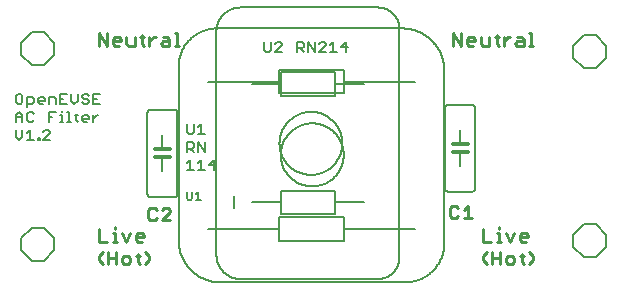
<source format=gto>
G75*
%MOIN*%
%OFA0B0*%
%FSLAX25Y25*%
%IPPOS*%
%LPD*%
%AMOC8*
5,1,8,0,0,1.08239X$1,22.5*
%
%ADD10C,0.00700*%
%ADD11C,0.00600*%
%ADD12C,0.00900*%
%ADD13C,0.00500*%
%ADD14C,0.01200*%
D10*
X0062374Y0038752D02*
X0064575Y0038752D01*
X0063475Y0038752D02*
X0063475Y0042054D01*
X0062374Y0040953D01*
X0066057Y0040953D02*
X0067158Y0042054D01*
X0067158Y0038752D01*
X0066057Y0038752D02*
X0068259Y0038752D01*
X0069740Y0040403D02*
X0071942Y0040403D01*
X0071391Y0042054D02*
X0069740Y0040403D01*
X0071391Y0038752D02*
X0071391Y0042054D01*
X0068259Y0044752D02*
X0068259Y0048054D01*
X0066057Y0048054D02*
X0068259Y0044752D01*
X0066057Y0044752D02*
X0066057Y0048054D01*
X0064575Y0047504D02*
X0064575Y0046403D01*
X0064025Y0045853D01*
X0062374Y0045853D01*
X0063475Y0045853D02*
X0064575Y0044752D01*
X0062374Y0044752D02*
X0062374Y0048054D01*
X0064025Y0048054D01*
X0064575Y0047504D01*
X0064025Y0050752D02*
X0064575Y0051302D01*
X0064575Y0054054D01*
X0066057Y0052953D02*
X0067158Y0054054D01*
X0067158Y0050752D01*
X0066057Y0050752D02*
X0068259Y0050752D01*
X0064025Y0050752D02*
X0062924Y0050752D01*
X0062374Y0051302D01*
X0062374Y0054054D01*
X0032720Y0056890D02*
X0032170Y0056890D01*
X0031069Y0055790D01*
X0031069Y0056890D02*
X0031069Y0054689D01*
X0029588Y0055790D02*
X0027386Y0055790D01*
X0027386Y0056340D02*
X0027386Y0055239D01*
X0027936Y0054689D01*
X0029037Y0054689D01*
X0029588Y0055790D02*
X0029588Y0056340D01*
X0029037Y0056890D01*
X0027936Y0056890D01*
X0027386Y0056340D01*
X0026031Y0056890D02*
X0024930Y0056890D01*
X0025481Y0057441D02*
X0025481Y0055239D01*
X0026031Y0054689D01*
X0023576Y0054689D02*
X0022475Y0054689D01*
X0023025Y0054689D02*
X0023025Y0057991D01*
X0022475Y0057991D01*
X0020570Y0057991D02*
X0020570Y0058542D01*
X0020570Y0056890D02*
X0020570Y0054689D01*
X0020020Y0054689D02*
X0021121Y0054689D01*
X0017437Y0056340D02*
X0016336Y0056340D01*
X0016336Y0054689D02*
X0016336Y0057991D01*
X0018538Y0057991D01*
X0020020Y0056890D02*
X0020570Y0056890D01*
X0020020Y0060689D02*
X0022221Y0060689D01*
X0023703Y0061790D02*
X0024804Y0060689D01*
X0025905Y0061790D01*
X0025905Y0063991D01*
X0027386Y0063441D02*
X0027386Y0062890D01*
X0027936Y0062340D01*
X0029037Y0062340D01*
X0029588Y0061790D01*
X0029588Y0061239D01*
X0029037Y0060689D01*
X0027936Y0060689D01*
X0027386Y0061239D01*
X0031069Y0060689D02*
X0033271Y0060689D01*
X0031069Y0060689D02*
X0031069Y0063991D01*
X0033271Y0063991D01*
X0029588Y0063441D02*
X0029037Y0063991D01*
X0027936Y0063991D01*
X0027386Y0063441D01*
X0031069Y0062340D02*
X0032170Y0062340D01*
X0023703Y0061790D02*
X0023703Y0063991D01*
X0022221Y0063991D02*
X0020020Y0063991D01*
X0020020Y0060689D01*
X0018538Y0060689D02*
X0018538Y0062340D01*
X0017988Y0062890D01*
X0016336Y0062890D01*
X0016336Y0060689D01*
X0014305Y0060689D02*
X0013204Y0060689D01*
X0012653Y0061239D01*
X0012653Y0062340D01*
X0013204Y0062890D01*
X0014305Y0062890D01*
X0014855Y0062340D01*
X0014855Y0061790D01*
X0012653Y0061790D01*
X0011172Y0062340D02*
X0011172Y0061239D01*
X0010622Y0060689D01*
X0008970Y0060689D01*
X0008970Y0059588D02*
X0008970Y0062890D01*
X0010622Y0062890D01*
X0011172Y0062340D01*
X0007489Y0063441D02*
X0006938Y0063991D01*
X0005837Y0063991D01*
X0005287Y0063441D01*
X0005287Y0061239D01*
X0005837Y0060689D01*
X0006938Y0060689D01*
X0007489Y0061239D01*
X0007489Y0063441D01*
X0006388Y0057991D02*
X0007489Y0056890D01*
X0007489Y0054689D01*
X0008970Y0055239D02*
X0009521Y0054689D01*
X0010622Y0054689D01*
X0011172Y0055239D01*
X0008970Y0055239D02*
X0008970Y0057441D01*
X0009521Y0057991D01*
X0010622Y0057991D01*
X0011172Y0057441D01*
X0007489Y0056340D02*
X0005287Y0056340D01*
X0005287Y0056890D02*
X0006388Y0057991D01*
X0005287Y0056890D02*
X0005287Y0054689D01*
X0005287Y0051991D02*
X0005287Y0049790D01*
X0006388Y0048689D01*
X0007489Y0049790D01*
X0007489Y0051991D01*
X0008970Y0050890D02*
X0010071Y0051991D01*
X0010071Y0048689D01*
X0008970Y0048689D02*
X0011172Y0048689D01*
X0012653Y0048689D02*
X0012653Y0049239D01*
X0013204Y0049239D01*
X0013204Y0048689D01*
X0012653Y0048689D01*
X0014495Y0048689D02*
X0016697Y0050890D01*
X0016697Y0051441D01*
X0016146Y0051991D01*
X0015045Y0051991D01*
X0014495Y0051441D01*
X0014495Y0048689D02*
X0016697Y0048689D01*
X0020020Y0062340D02*
X0021121Y0062340D01*
X0087964Y0078672D02*
X0088515Y0078122D01*
X0089616Y0078122D01*
X0090166Y0078672D01*
X0090166Y0081424D01*
X0091647Y0080874D02*
X0092198Y0081424D01*
X0093299Y0081424D01*
X0093849Y0080874D01*
X0093849Y0080324D01*
X0091647Y0078122D01*
X0093849Y0078122D01*
X0087964Y0078672D02*
X0087964Y0081424D01*
X0099014Y0081424D02*
X0099014Y0078122D01*
X0099014Y0079223D02*
X0100665Y0079223D01*
X0101215Y0079773D01*
X0101215Y0080874D01*
X0100665Y0081424D01*
X0099014Y0081424D01*
X0102697Y0081424D02*
X0104899Y0078122D01*
X0104899Y0081424D01*
X0106380Y0080874D02*
X0106930Y0081424D01*
X0108031Y0081424D01*
X0108582Y0080874D01*
X0108582Y0080324D01*
X0106380Y0078122D01*
X0108582Y0078122D01*
X0110063Y0078122D02*
X0112265Y0078122D01*
X0111164Y0078122D02*
X0111164Y0081424D01*
X0110063Y0080324D01*
X0113746Y0079773D02*
X0115948Y0079773D01*
X0115398Y0081424D02*
X0113746Y0079773D01*
X0115398Y0078122D02*
X0115398Y0081424D01*
X0102697Y0081424D02*
X0102697Y0078122D01*
X0101215Y0078122D02*
X0100115Y0079223D01*
D11*
X0014575Y0008524D02*
X0010575Y0008524D01*
X0007075Y0012024D01*
X0007075Y0016024D01*
X0010575Y0019524D01*
X0014575Y0019524D01*
X0018075Y0016024D01*
X0018075Y0012024D01*
X0014575Y0008524D01*
X0050150Y0029807D02*
X0058150Y0029807D01*
X0058210Y0029809D01*
X0058271Y0029814D01*
X0058330Y0029823D01*
X0058389Y0029836D01*
X0058448Y0029852D01*
X0058505Y0029872D01*
X0058560Y0029895D01*
X0058615Y0029922D01*
X0058667Y0029951D01*
X0058718Y0029984D01*
X0058767Y0030020D01*
X0058813Y0030058D01*
X0058857Y0030100D01*
X0058899Y0030144D01*
X0058937Y0030190D01*
X0058973Y0030239D01*
X0059006Y0030290D01*
X0059035Y0030342D01*
X0059062Y0030397D01*
X0059085Y0030452D01*
X0059105Y0030509D01*
X0059121Y0030568D01*
X0059134Y0030627D01*
X0059143Y0030686D01*
X0059148Y0030747D01*
X0059150Y0030807D01*
X0059150Y0057807D01*
X0059148Y0057867D01*
X0059143Y0057928D01*
X0059134Y0057987D01*
X0059121Y0058046D01*
X0059105Y0058105D01*
X0059085Y0058162D01*
X0059062Y0058217D01*
X0059035Y0058272D01*
X0059006Y0058324D01*
X0058973Y0058375D01*
X0058937Y0058424D01*
X0058899Y0058470D01*
X0058857Y0058514D01*
X0058813Y0058556D01*
X0058767Y0058594D01*
X0058718Y0058630D01*
X0058667Y0058663D01*
X0058615Y0058692D01*
X0058560Y0058719D01*
X0058505Y0058742D01*
X0058448Y0058762D01*
X0058389Y0058778D01*
X0058330Y0058791D01*
X0058271Y0058800D01*
X0058210Y0058805D01*
X0058150Y0058807D01*
X0050150Y0058807D01*
X0050090Y0058805D01*
X0050029Y0058800D01*
X0049970Y0058791D01*
X0049911Y0058778D01*
X0049852Y0058762D01*
X0049795Y0058742D01*
X0049740Y0058719D01*
X0049685Y0058692D01*
X0049633Y0058663D01*
X0049582Y0058630D01*
X0049533Y0058594D01*
X0049487Y0058556D01*
X0049443Y0058514D01*
X0049401Y0058470D01*
X0049363Y0058424D01*
X0049327Y0058375D01*
X0049294Y0058324D01*
X0049265Y0058272D01*
X0049238Y0058217D01*
X0049215Y0058162D01*
X0049195Y0058105D01*
X0049179Y0058046D01*
X0049166Y0057987D01*
X0049157Y0057928D01*
X0049152Y0057867D01*
X0049150Y0057807D01*
X0049150Y0030807D01*
X0049152Y0030747D01*
X0049157Y0030686D01*
X0049166Y0030627D01*
X0049179Y0030568D01*
X0049195Y0030509D01*
X0049215Y0030452D01*
X0049238Y0030397D01*
X0049265Y0030342D01*
X0049294Y0030290D01*
X0049327Y0030239D01*
X0049363Y0030190D01*
X0049401Y0030144D01*
X0049443Y0030100D01*
X0049487Y0030058D01*
X0049533Y0030020D01*
X0049582Y0029984D01*
X0049633Y0029951D01*
X0049685Y0029922D01*
X0049740Y0029895D01*
X0049795Y0029872D01*
X0049852Y0029852D01*
X0049911Y0029836D01*
X0049970Y0029823D01*
X0050029Y0029814D01*
X0050090Y0029809D01*
X0050150Y0029807D01*
X0062324Y0029293D02*
X0062757Y0028859D01*
X0063625Y0028859D01*
X0064058Y0029293D01*
X0064058Y0031461D01*
X0065270Y0030594D02*
X0066138Y0031461D01*
X0066138Y0028859D01*
X0067005Y0028859D02*
X0065270Y0028859D01*
X0062324Y0029293D02*
X0062324Y0031461D01*
X0054150Y0038307D02*
X0054150Y0043107D01*
X0054150Y0045607D02*
X0054150Y0050307D01*
X0018075Y0077063D02*
X0014575Y0073563D01*
X0010575Y0073563D01*
X0007075Y0077063D01*
X0007075Y0081063D01*
X0010575Y0084563D01*
X0014575Y0084563D01*
X0018075Y0081063D01*
X0018075Y0077063D01*
X0148362Y0059539D02*
X0148362Y0032539D01*
X0148364Y0032479D01*
X0148369Y0032418D01*
X0148378Y0032359D01*
X0148391Y0032300D01*
X0148407Y0032241D01*
X0148427Y0032184D01*
X0148450Y0032129D01*
X0148477Y0032074D01*
X0148506Y0032022D01*
X0148539Y0031971D01*
X0148575Y0031922D01*
X0148613Y0031876D01*
X0148655Y0031832D01*
X0148699Y0031790D01*
X0148745Y0031752D01*
X0148794Y0031716D01*
X0148845Y0031683D01*
X0148897Y0031654D01*
X0148952Y0031627D01*
X0149007Y0031604D01*
X0149064Y0031584D01*
X0149123Y0031568D01*
X0149182Y0031555D01*
X0149241Y0031546D01*
X0149302Y0031541D01*
X0149362Y0031539D01*
X0157362Y0031539D01*
X0157422Y0031541D01*
X0157483Y0031546D01*
X0157542Y0031555D01*
X0157601Y0031568D01*
X0157660Y0031584D01*
X0157717Y0031604D01*
X0157772Y0031627D01*
X0157827Y0031654D01*
X0157879Y0031683D01*
X0157930Y0031716D01*
X0157979Y0031752D01*
X0158025Y0031790D01*
X0158069Y0031832D01*
X0158111Y0031876D01*
X0158149Y0031922D01*
X0158185Y0031971D01*
X0158218Y0032022D01*
X0158247Y0032074D01*
X0158274Y0032129D01*
X0158297Y0032184D01*
X0158317Y0032241D01*
X0158333Y0032300D01*
X0158346Y0032359D01*
X0158355Y0032418D01*
X0158360Y0032479D01*
X0158362Y0032539D01*
X0158362Y0059539D01*
X0158360Y0059599D01*
X0158355Y0059660D01*
X0158346Y0059719D01*
X0158333Y0059778D01*
X0158317Y0059837D01*
X0158297Y0059894D01*
X0158274Y0059949D01*
X0158247Y0060004D01*
X0158218Y0060056D01*
X0158185Y0060107D01*
X0158149Y0060156D01*
X0158111Y0060202D01*
X0158069Y0060246D01*
X0158025Y0060288D01*
X0157979Y0060326D01*
X0157930Y0060362D01*
X0157879Y0060395D01*
X0157827Y0060424D01*
X0157772Y0060451D01*
X0157717Y0060474D01*
X0157660Y0060494D01*
X0157601Y0060510D01*
X0157542Y0060523D01*
X0157483Y0060532D01*
X0157422Y0060537D01*
X0157362Y0060539D01*
X0149362Y0060539D01*
X0149302Y0060537D01*
X0149241Y0060532D01*
X0149182Y0060523D01*
X0149123Y0060510D01*
X0149064Y0060494D01*
X0149007Y0060474D01*
X0148952Y0060451D01*
X0148897Y0060424D01*
X0148845Y0060395D01*
X0148794Y0060362D01*
X0148745Y0060326D01*
X0148699Y0060288D01*
X0148655Y0060246D01*
X0148613Y0060202D01*
X0148575Y0060156D01*
X0148539Y0060107D01*
X0148506Y0060056D01*
X0148477Y0060004D01*
X0148450Y0059949D01*
X0148427Y0059894D01*
X0148407Y0059837D01*
X0148391Y0059778D01*
X0148378Y0059719D01*
X0148369Y0059660D01*
X0148364Y0059599D01*
X0148362Y0059539D01*
X0153362Y0052039D02*
X0153362Y0047339D01*
X0153362Y0044839D02*
X0153362Y0040039D01*
X0191075Y0017142D02*
X0194575Y0020642D01*
X0198575Y0020642D01*
X0202075Y0017142D01*
X0202075Y0013142D01*
X0198575Y0009642D01*
X0194575Y0009642D01*
X0191075Y0013142D01*
X0191075Y0017142D01*
X0194575Y0072602D02*
X0198575Y0072602D01*
X0202075Y0076102D01*
X0202075Y0080102D01*
X0198575Y0083602D01*
X0194575Y0083602D01*
X0191075Y0080102D01*
X0191075Y0076102D01*
X0194575Y0072602D01*
D12*
X0177746Y0080190D02*
X0176378Y0080190D01*
X0177062Y0080190D02*
X0177062Y0084294D01*
X0176378Y0084294D01*
X0174510Y0082242D02*
X0174510Y0080190D01*
X0172458Y0080190D01*
X0171774Y0080874D01*
X0172458Y0081558D01*
X0174510Y0081558D01*
X0174510Y0082242D02*
X0173826Y0082926D01*
X0172458Y0082926D01*
X0169989Y0082926D02*
X0169305Y0082926D01*
X0167937Y0081558D01*
X0167937Y0080190D02*
X0167937Y0082926D01*
X0166236Y0082926D02*
X0164868Y0082926D01*
X0165552Y0083610D02*
X0165552Y0080874D01*
X0166236Y0080190D01*
X0163000Y0080190D02*
X0163000Y0082926D01*
X0160264Y0082926D02*
X0160264Y0080874D01*
X0160948Y0080190D01*
X0163000Y0080190D01*
X0158396Y0081558D02*
X0158396Y0082242D01*
X0157712Y0082926D01*
X0156344Y0082926D01*
X0155660Y0082242D01*
X0155660Y0080874D01*
X0156344Y0080190D01*
X0157712Y0080190D01*
X0158396Y0081558D02*
X0155660Y0081558D01*
X0153792Y0080190D02*
X0153792Y0084294D01*
X0151056Y0084294D02*
X0153792Y0080190D01*
X0151056Y0080190D02*
X0151056Y0084294D01*
X0059635Y0080190D02*
X0058268Y0080190D01*
X0058952Y0080190D02*
X0058952Y0084294D01*
X0058268Y0084294D01*
X0056399Y0082242D02*
X0055715Y0082926D01*
X0054348Y0082926D01*
X0054348Y0081558D02*
X0056399Y0081558D01*
X0056399Y0082242D02*
X0056399Y0080190D01*
X0054348Y0080190D01*
X0053664Y0080874D01*
X0054348Y0081558D01*
X0051879Y0082926D02*
X0051195Y0082926D01*
X0049827Y0081558D01*
X0049827Y0080190D02*
X0049827Y0082926D01*
X0048126Y0082926D02*
X0046758Y0082926D01*
X0047442Y0083610D02*
X0047442Y0080874D01*
X0048126Y0080190D01*
X0044890Y0080190D02*
X0044890Y0082926D01*
X0042154Y0082926D02*
X0042154Y0080874D01*
X0042838Y0080190D01*
X0044890Y0080190D01*
X0040286Y0081558D02*
X0037550Y0081558D01*
X0037550Y0080874D02*
X0037550Y0082242D01*
X0038234Y0082926D01*
X0039602Y0082926D01*
X0040286Y0082242D01*
X0040286Y0081558D01*
X0039602Y0080190D02*
X0038234Y0080190D01*
X0037550Y0080874D01*
X0035682Y0080190D02*
X0035682Y0084294D01*
X0032946Y0084294D02*
X0035682Y0080190D01*
X0032946Y0080190D02*
X0032946Y0084294D01*
X0150085Y0026153D02*
X0150769Y0026837D01*
X0152136Y0026837D01*
X0152820Y0026153D01*
X0154689Y0025469D02*
X0156056Y0026837D01*
X0156056Y0022733D01*
X0154689Y0022733D02*
X0157424Y0022733D01*
X0152820Y0023417D02*
X0152136Y0022733D01*
X0150769Y0022733D01*
X0150085Y0023417D01*
X0150085Y0026153D01*
X0160899Y0018959D02*
X0160899Y0014856D01*
X0163634Y0014856D01*
X0165503Y0014856D02*
X0166871Y0014856D01*
X0166187Y0014856D02*
X0166187Y0017591D01*
X0165503Y0017591D01*
X0168572Y0017591D02*
X0169940Y0014856D01*
X0171308Y0017591D01*
X0173176Y0016907D02*
X0173860Y0017591D01*
X0175228Y0017591D01*
X0175912Y0016907D01*
X0175912Y0016223D01*
X0173176Y0016223D01*
X0173176Y0015539D02*
X0173176Y0016907D01*
X0173176Y0015539D02*
X0173860Y0014856D01*
X0175228Y0014856D01*
X0176245Y0011459D02*
X0177613Y0010091D01*
X0177613Y0008723D01*
X0176245Y0007356D01*
X0174544Y0007356D02*
X0173860Y0008039D01*
X0173860Y0010775D01*
X0173176Y0010091D02*
X0174544Y0010091D01*
X0171308Y0009407D02*
X0170624Y0010091D01*
X0169256Y0010091D01*
X0168572Y0009407D01*
X0168572Y0008039D01*
X0169256Y0007356D01*
X0170624Y0007356D01*
X0171308Y0008039D01*
X0171308Y0009407D01*
X0166704Y0009407D02*
X0163968Y0009407D01*
X0162267Y0007356D02*
X0160899Y0008723D01*
X0160899Y0010091D01*
X0162267Y0011459D01*
X0163968Y0011459D02*
X0163968Y0007356D01*
X0166704Y0007356D02*
X0166704Y0011459D01*
X0166187Y0018959D02*
X0166187Y0019643D01*
X0056794Y0021946D02*
X0054059Y0021946D01*
X0056794Y0024682D01*
X0056794Y0025366D01*
X0056110Y0026050D01*
X0054743Y0026050D01*
X0054059Y0025366D01*
X0052190Y0025366D02*
X0051506Y0026050D01*
X0050139Y0026050D01*
X0049455Y0025366D01*
X0049455Y0022630D01*
X0050139Y0021946D01*
X0051506Y0021946D01*
X0052190Y0022630D01*
X0047275Y0017591D02*
X0045907Y0017591D01*
X0045223Y0016907D01*
X0045223Y0015539D01*
X0045907Y0014856D01*
X0047275Y0014856D01*
X0047959Y0016223D02*
X0045223Y0016223D01*
X0043355Y0017591D02*
X0041987Y0014856D01*
X0040619Y0017591D01*
X0038234Y0017591D02*
X0038234Y0014856D01*
X0037550Y0014856D02*
X0038918Y0014856D01*
X0035682Y0014856D02*
X0032946Y0014856D01*
X0032946Y0018959D01*
X0037550Y0017591D02*
X0038234Y0017591D01*
X0038234Y0018959D02*
X0038234Y0019643D01*
X0047275Y0017591D02*
X0047959Y0016907D01*
X0047959Y0016223D01*
X0048292Y0011459D02*
X0049660Y0010091D01*
X0049660Y0008723D01*
X0048292Y0007356D01*
X0046591Y0007356D02*
X0045907Y0008039D01*
X0045907Y0010775D01*
X0045223Y0010091D02*
X0046591Y0010091D01*
X0043355Y0009407D02*
X0043355Y0008039D01*
X0042671Y0007356D01*
X0041303Y0007356D01*
X0040619Y0008039D01*
X0040619Y0009407D01*
X0041303Y0010091D01*
X0042671Y0010091D01*
X0043355Y0009407D01*
X0038751Y0009407D02*
X0036015Y0009407D01*
X0036015Y0007356D02*
X0036015Y0011459D01*
X0034314Y0011459D02*
X0032946Y0010091D01*
X0032946Y0008723D01*
X0034314Y0007356D01*
X0038751Y0007356D02*
X0038751Y0011459D01*
D13*
X0059583Y0015195D02*
X0059583Y0073317D01*
X0069425Y0068205D02*
X0093047Y0068205D01*
X0093047Y0064268D01*
X0114701Y0064268D01*
X0114701Y0068205D01*
X0114701Y0072142D01*
X0093047Y0072142D01*
X0093047Y0068205D01*
X0093795Y0067299D02*
X0083953Y0067299D01*
X0093795Y0063362D02*
X0111512Y0063362D01*
X0111512Y0067299D01*
X0111512Y0071236D01*
X0093795Y0071236D01*
X0093795Y0063362D01*
X0111512Y0067299D02*
X0121354Y0067299D01*
X0114701Y0068205D02*
X0138323Y0068205D01*
X0148165Y0071726D02*
X0148161Y0072069D01*
X0148148Y0072412D01*
X0148128Y0072754D01*
X0148099Y0073096D01*
X0148062Y0073437D01*
X0148016Y0073777D01*
X0147962Y0074116D01*
X0147901Y0074453D01*
X0147831Y0074789D01*
X0147753Y0075123D01*
X0147666Y0075455D01*
X0147572Y0075785D01*
X0147470Y0076112D01*
X0147360Y0076437D01*
X0147243Y0076760D01*
X0147117Y0077079D01*
X0146984Y0077395D01*
X0146843Y0077708D01*
X0146695Y0078017D01*
X0146539Y0078323D01*
X0146376Y0078625D01*
X0146206Y0078922D01*
X0146028Y0079216D01*
X0145844Y0079505D01*
X0145652Y0079790D01*
X0145454Y0080070D01*
X0145249Y0080345D01*
X0145037Y0080615D01*
X0144819Y0080880D01*
X0144595Y0081139D01*
X0144365Y0081393D01*
X0144128Y0081641D01*
X0143885Y0081884D01*
X0143637Y0082121D01*
X0143383Y0082351D01*
X0143124Y0082575D01*
X0142859Y0082793D01*
X0142589Y0083005D01*
X0142314Y0083210D01*
X0142034Y0083408D01*
X0141749Y0083600D01*
X0141460Y0083784D01*
X0141166Y0083962D01*
X0140869Y0084132D01*
X0140567Y0084295D01*
X0140261Y0084451D01*
X0139952Y0084599D01*
X0139639Y0084740D01*
X0139323Y0084873D01*
X0139004Y0084999D01*
X0138681Y0085116D01*
X0138356Y0085226D01*
X0138029Y0085328D01*
X0137699Y0085422D01*
X0137367Y0085509D01*
X0137033Y0085587D01*
X0136697Y0085657D01*
X0136360Y0085718D01*
X0136021Y0085772D01*
X0135681Y0085818D01*
X0135340Y0085855D01*
X0134998Y0085884D01*
X0134656Y0085904D01*
X0134313Y0085917D01*
X0133970Y0085921D01*
X0072187Y0085921D01*
X0072142Y0085061D02*
X0072142Y0010530D01*
X0072144Y0010332D01*
X0072152Y0010134D01*
X0072164Y0009937D01*
X0072180Y0009739D01*
X0072202Y0009543D01*
X0072228Y0009346D01*
X0072259Y0009151D01*
X0072295Y0008956D01*
X0072335Y0008763D01*
X0072380Y0008570D01*
X0072430Y0008378D01*
X0072484Y0008188D01*
X0072543Y0007999D01*
X0072606Y0007811D01*
X0072674Y0007625D01*
X0072747Y0007441D01*
X0072824Y0007259D01*
X0072905Y0007078D01*
X0072990Y0006900D01*
X0073080Y0006723D01*
X0073174Y0006549D01*
X0073273Y0006377D01*
X0073375Y0006208D01*
X0073481Y0006041D01*
X0073592Y0005877D01*
X0073706Y0005715D01*
X0073825Y0005557D01*
X0073947Y0005401D01*
X0074072Y0005248D01*
X0074202Y0005098D01*
X0074335Y0004952D01*
X0074472Y0004808D01*
X0074611Y0004669D01*
X0074755Y0004532D01*
X0074901Y0004399D01*
X0075051Y0004269D01*
X0075204Y0004144D01*
X0075360Y0004022D01*
X0075518Y0003903D01*
X0075680Y0003789D01*
X0075844Y0003678D01*
X0076011Y0003572D01*
X0076180Y0003470D01*
X0076352Y0003371D01*
X0076526Y0003277D01*
X0076703Y0003187D01*
X0076881Y0003102D01*
X0077062Y0003021D01*
X0077244Y0002944D01*
X0077428Y0002871D01*
X0077614Y0002803D01*
X0077802Y0002740D01*
X0077991Y0002681D01*
X0078181Y0002627D01*
X0078373Y0002577D01*
X0078566Y0002532D01*
X0078759Y0002492D01*
X0078954Y0002456D01*
X0079149Y0002425D01*
X0079346Y0002399D01*
X0079542Y0002377D01*
X0079740Y0002361D01*
X0079937Y0002349D01*
X0080135Y0002341D01*
X0080333Y0002339D01*
X0125694Y0002339D01*
X0134960Y0001276D02*
X0073502Y0001276D01*
X0073166Y0001280D01*
X0072830Y0001292D01*
X0072494Y0001313D01*
X0072159Y0001341D01*
X0071824Y0001377D01*
X0071491Y0001422D01*
X0071159Y0001475D01*
X0070828Y0001535D01*
X0070498Y0001604D01*
X0070171Y0001680D01*
X0069845Y0001765D01*
X0069522Y0001857D01*
X0069201Y0001957D01*
X0068882Y0002065D01*
X0068566Y0002181D01*
X0068253Y0002304D01*
X0067943Y0002434D01*
X0067637Y0002572D01*
X0067333Y0002718D01*
X0067034Y0002870D01*
X0066738Y0003030D01*
X0066446Y0003197D01*
X0066158Y0003371D01*
X0065874Y0003552D01*
X0065595Y0003740D01*
X0065321Y0003934D01*
X0065051Y0004135D01*
X0064786Y0004343D01*
X0064526Y0004556D01*
X0064272Y0004776D01*
X0064023Y0005003D01*
X0063779Y0005235D01*
X0063542Y0005472D01*
X0063310Y0005716D01*
X0063083Y0005965D01*
X0062863Y0006219D01*
X0062650Y0006479D01*
X0062442Y0006744D01*
X0062241Y0007014D01*
X0062047Y0007288D01*
X0061859Y0007567D01*
X0061678Y0007851D01*
X0061504Y0008139D01*
X0061337Y0008431D01*
X0061177Y0008727D01*
X0061025Y0009026D01*
X0060879Y0009330D01*
X0060741Y0009636D01*
X0060611Y0009946D01*
X0060488Y0010259D01*
X0060372Y0010575D01*
X0060264Y0010894D01*
X0060164Y0011215D01*
X0060072Y0011538D01*
X0059987Y0011864D01*
X0059911Y0012191D01*
X0059842Y0012521D01*
X0059782Y0012852D01*
X0059729Y0013184D01*
X0059684Y0013517D01*
X0059648Y0013852D01*
X0059620Y0014187D01*
X0059599Y0014523D01*
X0059587Y0014859D01*
X0059583Y0015195D01*
X0069425Y0018992D02*
X0093047Y0018992D01*
X0093047Y0015055D01*
X0114701Y0015055D01*
X0114701Y0018992D01*
X0114701Y0022929D01*
X0093047Y0022929D01*
X0093047Y0018992D01*
X0093795Y0023992D02*
X0111512Y0023992D01*
X0111512Y0027929D01*
X0111512Y0031866D01*
X0093795Y0031866D01*
X0093795Y0023992D01*
X0093795Y0027929D02*
X0083953Y0027929D01*
X0078047Y0029898D02*
X0078047Y0025961D01*
X0111512Y0027929D02*
X0121354Y0027929D01*
X0114701Y0018992D02*
X0138323Y0018992D01*
X0148165Y0014481D02*
X0148161Y0014162D01*
X0148150Y0013843D01*
X0148130Y0013524D01*
X0148103Y0013207D01*
X0148069Y0012889D01*
X0148026Y0012573D01*
X0147977Y0012258D01*
X0147919Y0011944D01*
X0147854Y0011632D01*
X0147781Y0011321D01*
X0147701Y0011012D01*
X0147614Y0010705D01*
X0147519Y0010400D01*
X0147416Y0010098D01*
X0147307Y0009798D01*
X0147190Y0009501D01*
X0147066Y0009207D01*
X0146935Y0008916D01*
X0146797Y0008629D01*
X0146652Y0008344D01*
X0146501Y0008064D01*
X0146342Y0007787D01*
X0146177Y0007514D01*
X0146006Y0007244D01*
X0145828Y0006980D01*
X0145643Y0006719D01*
X0145452Y0006463D01*
X0145256Y0006212D01*
X0145053Y0005966D01*
X0144844Y0005724D01*
X0144630Y0005488D01*
X0144409Y0005257D01*
X0144184Y0005032D01*
X0143953Y0004811D01*
X0143717Y0004597D01*
X0143475Y0004388D01*
X0143229Y0004185D01*
X0142978Y0003989D01*
X0142722Y0003798D01*
X0142461Y0003613D01*
X0142197Y0003435D01*
X0141927Y0003264D01*
X0141654Y0003099D01*
X0141377Y0002940D01*
X0141097Y0002789D01*
X0140812Y0002644D01*
X0140525Y0002506D01*
X0140234Y0002375D01*
X0139940Y0002251D01*
X0139643Y0002134D01*
X0139343Y0002025D01*
X0139041Y0001922D01*
X0138736Y0001827D01*
X0138429Y0001740D01*
X0138120Y0001660D01*
X0137809Y0001587D01*
X0137497Y0001522D01*
X0137183Y0001464D01*
X0136868Y0001415D01*
X0136552Y0001372D01*
X0136234Y0001338D01*
X0135917Y0001311D01*
X0135598Y0001291D01*
X0135279Y0001280D01*
X0134960Y0001276D01*
X0133165Y0009810D02*
X0133165Y0085819D01*
X0133163Y0085990D01*
X0133157Y0086161D01*
X0133146Y0086331D01*
X0133132Y0086501D01*
X0133113Y0086671D01*
X0133091Y0086841D01*
X0133064Y0087009D01*
X0133033Y0087178D01*
X0132998Y0087345D01*
X0132960Y0087511D01*
X0132917Y0087677D01*
X0132870Y0087841D01*
X0132819Y0088004D01*
X0132764Y0088166D01*
X0132705Y0088326D01*
X0132643Y0088485D01*
X0132577Y0088643D01*
X0132507Y0088799D01*
X0132433Y0088953D01*
X0132355Y0089105D01*
X0132274Y0089255D01*
X0132189Y0089404D01*
X0132101Y0089550D01*
X0132009Y0089694D01*
X0131913Y0089836D01*
X0131815Y0089975D01*
X0131712Y0090112D01*
X0131607Y0090247D01*
X0131498Y0090379D01*
X0131387Y0090508D01*
X0131272Y0090634D01*
X0131154Y0090758D01*
X0131033Y0090879D01*
X0130909Y0090997D01*
X0130783Y0091112D01*
X0130654Y0091223D01*
X0130522Y0091332D01*
X0130387Y0091437D01*
X0130250Y0091540D01*
X0130111Y0091638D01*
X0129969Y0091734D01*
X0129825Y0091826D01*
X0129679Y0091914D01*
X0129530Y0091999D01*
X0129380Y0092080D01*
X0129228Y0092158D01*
X0129074Y0092232D01*
X0128918Y0092302D01*
X0128760Y0092368D01*
X0128601Y0092430D01*
X0128441Y0092489D01*
X0128279Y0092544D01*
X0128116Y0092595D01*
X0127952Y0092642D01*
X0127786Y0092685D01*
X0127620Y0092723D01*
X0127453Y0092758D01*
X0127284Y0092789D01*
X0127116Y0092816D01*
X0126946Y0092838D01*
X0126776Y0092857D01*
X0126606Y0092871D01*
X0126436Y0092882D01*
X0126265Y0092888D01*
X0126094Y0092890D01*
X0079970Y0092890D01*
X0079970Y0092889D02*
X0079781Y0092887D01*
X0079592Y0092880D01*
X0079403Y0092868D01*
X0079214Y0092852D01*
X0079026Y0092832D01*
X0078839Y0092807D01*
X0078652Y0092777D01*
X0078466Y0092743D01*
X0078281Y0092705D01*
X0078097Y0092662D01*
X0077914Y0092614D01*
X0077732Y0092562D01*
X0077551Y0092506D01*
X0077372Y0092445D01*
X0077194Y0092380D01*
X0077018Y0092311D01*
X0076844Y0092238D01*
X0076671Y0092160D01*
X0076501Y0092078D01*
X0076332Y0091992D01*
X0076166Y0091902D01*
X0076002Y0091808D01*
X0075840Y0091711D01*
X0075680Y0091609D01*
X0075523Y0091503D01*
X0075369Y0091394D01*
X0075217Y0091281D01*
X0075068Y0091164D01*
X0074922Y0091044D01*
X0074779Y0090920D01*
X0074639Y0090793D01*
X0074502Y0090663D01*
X0074368Y0090529D01*
X0074238Y0090392D01*
X0074111Y0090252D01*
X0073987Y0090109D01*
X0073867Y0089963D01*
X0073750Y0089814D01*
X0073637Y0089662D01*
X0073528Y0089508D01*
X0073422Y0089351D01*
X0073320Y0089191D01*
X0073223Y0089029D01*
X0073129Y0088865D01*
X0073039Y0088699D01*
X0072953Y0088530D01*
X0072871Y0088360D01*
X0072793Y0088187D01*
X0072720Y0088013D01*
X0072651Y0087837D01*
X0072586Y0087659D01*
X0072525Y0087480D01*
X0072469Y0087299D01*
X0072417Y0087117D01*
X0072369Y0086934D01*
X0072326Y0086750D01*
X0072288Y0086565D01*
X0072254Y0086379D01*
X0072224Y0086192D01*
X0072199Y0086005D01*
X0072179Y0085817D01*
X0072163Y0085628D01*
X0072151Y0085439D01*
X0072144Y0085250D01*
X0072142Y0085061D01*
X0072187Y0085922D02*
X0071882Y0085918D01*
X0071578Y0085907D01*
X0071274Y0085889D01*
X0070970Y0085863D01*
X0070668Y0085830D01*
X0070366Y0085790D01*
X0070065Y0085742D01*
X0069765Y0085687D01*
X0069467Y0085625D01*
X0069170Y0085556D01*
X0068876Y0085479D01*
X0068583Y0085396D01*
X0068292Y0085305D01*
X0068003Y0085207D01*
X0067717Y0085103D01*
X0067434Y0084991D01*
X0067153Y0084873D01*
X0066875Y0084748D01*
X0066601Y0084616D01*
X0066329Y0084478D01*
X0066061Y0084333D01*
X0065797Y0084182D01*
X0065536Y0084025D01*
X0065279Y0083861D01*
X0065027Y0083691D01*
X0064778Y0083515D01*
X0064534Y0083333D01*
X0064294Y0083145D01*
X0064059Y0082951D01*
X0063828Y0082752D01*
X0063603Y0082547D01*
X0063382Y0082337D01*
X0063167Y0082122D01*
X0062957Y0081901D01*
X0062752Y0081676D01*
X0062553Y0081445D01*
X0062359Y0081210D01*
X0062171Y0080970D01*
X0061989Y0080726D01*
X0061813Y0080477D01*
X0061643Y0080225D01*
X0061479Y0079968D01*
X0061322Y0079707D01*
X0061171Y0079443D01*
X0061026Y0079175D01*
X0060888Y0078903D01*
X0060756Y0078629D01*
X0060631Y0078351D01*
X0060513Y0078070D01*
X0060401Y0077787D01*
X0060297Y0077501D01*
X0060199Y0077212D01*
X0060108Y0076921D01*
X0060025Y0076628D01*
X0059948Y0076334D01*
X0059879Y0076037D01*
X0059817Y0075739D01*
X0059762Y0075439D01*
X0059714Y0075138D01*
X0059674Y0074836D01*
X0059641Y0074534D01*
X0059615Y0074230D01*
X0059597Y0073926D01*
X0059586Y0073622D01*
X0059582Y0073317D01*
X0093155Y0047614D02*
X0093158Y0047871D01*
X0093168Y0048128D01*
X0093183Y0048385D01*
X0093205Y0048642D01*
X0093234Y0048897D01*
X0093268Y0049152D01*
X0093309Y0049406D01*
X0093356Y0049659D01*
X0093410Y0049911D01*
X0093469Y0050161D01*
X0093535Y0050410D01*
X0093606Y0050657D01*
X0093684Y0050902D01*
X0093768Y0051146D01*
X0093857Y0051387D01*
X0093953Y0051626D01*
X0094054Y0051862D01*
X0094161Y0052096D01*
X0094274Y0052327D01*
X0094393Y0052556D01*
X0094517Y0052781D01*
X0094646Y0053003D01*
X0094781Y0053222D01*
X0094922Y0053438D01*
X0095067Y0053650D01*
X0095218Y0053859D01*
X0095374Y0054063D01*
X0095535Y0054264D01*
X0095700Y0054461D01*
X0095871Y0054654D01*
X0096046Y0054842D01*
X0096225Y0055027D01*
X0096410Y0055206D01*
X0096598Y0055381D01*
X0096791Y0055552D01*
X0096988Y0055717D01*
X0097189Y0055878D01*
X0097393Y0056034D01*
X0097602Y0056185D01*
X0097814Y0056330D01*
X0098030Y0056471D01*
X0098249Y0056606D01*
X0098471Y0056735D01*
X0098696Y0056859D01*
X0098925Y0056978D01*
X0099156Y0057091D01*
X0099390Y0057198D01*
X0099626Y0057299D01*
X0099865Y0057395D01*
X0100106Y0057484D01*
X0100350Y0057568D01*
X0100595Y0057646D01*
X0100842Y0057717D01*
X0101091Y0057783D01*
X0101341Y0057842D01*
X0101593Y0057896D01*
X0101846Y0057943D01*
X0102100Y0057984D01*
X0102355Y0058018D01*
X0102610Y0058047D01*
X0102867Y0058069D01*
X0103124Y0058084D01*
X0103381Y0058094D01*
X0103638Y0058097D01*
X0103895Y0058094D01*
X0104152Y0058084D01*
X0104409Y0058069D01*
X0104666Y0058047D01*
X0104921Y0058018D01*
X0105176Y0057984D01*
X0105430Y0057943D01*
X0105683Y0057896D01*
X0105935Y0057842D01*
X0106185Y0057783D01*
X0106434Y0057717D01*
X0106681Y0057646D01*
X0106926Y0057568D01*
X0107170Y0057484D01*
X0107411Y0057395D01*
X0107650Y0057299D01*
X0107886Y0057198D01*
X0108120Y0057091D01*
X0108351Y0056978D01*
X0108580Y0056859D01*
X0108805Y0056735D01*
X0109027Y0056606D01*
X0109246Y0056471D01*
X0109462Y0056330D01*
X0109674Y0056185D01*
X0109883Y0056034D01*
X0110087Y0055878D01*
X0110288Y0055717D01*
X0110485Y0055552D01*
X0110678Y0055381D01*
X0110866Y0055206D01*
X0111051Y0055027D01*
X0111230Y0054842D01*
X0111405Y0054654D01*
X0111576Y0054461D01*
X0111741Y0054264D01*
X0111902Y0054063D01*
X0112058Y0053859D01*
X0112209Y0053650D01*
X0112354Y0053438D01*
X0112495Y0053222D01*
X0112630Y0053003D01*
X0112759Y0052781D01*
X0112883Y0052556D01*
X0113002Y0052327D01*
X0113115Y0052096D01*
X0113222Y0051862D01*
X0113323Y0051626D01*
X0113419Y0051387D01*
X0113508Y0051146D01*
X0113592Y0050902D01*
X0113670Y0050657D01*
X0113741Y0050410D01*
X0113807Y0050161D01*
X0113866Y0049911D01*
X0113920Y0049659D01*
X0113967Y0049406D01*
X0114008Y0049152D01*
X0114042Y0048897D01*
X0114071Y0048642D01*
X0114093Y0048385D01*
X0114108Y0048128D01*
X0114118Y0047871D01*
X0114121Y0047614D01*
X0114118Y0047357D01*
X0114108Y0047100D01*
X0114093Y0046843D01*
X0114071Y0046586D01*
X0114042Y0046331D01*
X0114008Y0046076D01*
X0113967Y0045822D01*
X0113920Y0045569D01*
X0113866Y0045317D01*
X0113807Y0045067D01*
X0113741Y0044818D01*
X0113670Y0044571D01*
X0113592Y0044326D01*
X0113508Y0044082D01*
X0113419Y0043841D01*
X0113323Y0043602D01*
X0113222Y0043366D01*
X0113115Y0043132D01*
X0113002Y0042901D01*
X0112883Y0042672D01*
X0112759Y0042447D01*
X0112630Y0042225D01*
X0112495Y0042006D01*
X0112354Y0041790D01*
X0112209Y0041578D01*
X0112058Y0041369D01*
X0111902Y0041165D01*
X0111741Y0040964D01*
X0111576Y0040767D01*
X0111405Y0040574D01*
X0111230Y0040386D01*
X0111051Y0040201D01*
X0110866Y0040022D01*
X0110678Y0039847D01*
X0110485Y0039676D01*
X0110288Y0039511D01*
X0110087Y0039350D01*
X0109883Y0039194D01*
X0109674Y0039043D01*
X0109462Y0038898D01*
X0109246Y0038757D01*
X0109027Y0038622D01*
X0108805Y0038493D01*
X0108580Y0038369D01*
X0108351Y0038250D01*
X0108120Y0038137D01*
X0107886Y0038030D01*
X0107650Y0037929D01*
X0107411Y0037833D01*
X0107170Y0037744D01*
X0106926Y0037660D01*
X0106681Y0037582D01*
X0106434Y0037511D01*
X0106185Y0037445D01*
X0105935Y0037386D01*
X0105683Y0037332D01*
X0105430Y0037285D01*
X0105176Y0037244D01*
X0104921Y0037210D01*
X0104666Y0037181D01*
X0104409Y0037159D01*
X0104152Y0037144D01*
X0103895Y0037134D01*
X0103638Y0037131D01*
X0103381Y0037134D01*
X0103124Y0037144D01*
X0102867Y0037159D01*
X0102610Y0037181D01*
X0102355Y0037210D01*
X0102100Y0037244D01*
X0101846Y0037285D01*
X0101593Y0037332D01*
X0101341Y0037386D01*
X0101091Y0037445D01*
X0100842Y0037511D01*
X0100595Y0037582D01*
X0100350Y0037660D01*
X0100106Y0037744D01*
X0099865Y0037833D01*
X0099626Y0037929D01*
X0099390Y0038030D01*
X0099156Y0038137D01*
X0098925Y0038250D01*
X0098696Y0038369D01*
X0098471Y0038493D01*
X0098249Y0038622D01*
X0098030Y0038757D01*
X0097814Y0038898D01*
X0097602Y0039043D01*
X0097393Y0039194D01*
X0097189Y0039350D01*
X0096988Y0039511D01*
X0096791Y0039676D01*
X0096598Y0039847D01*
X0096410Y0040022D01*
X0096225Y0040201D01*
X0096046Y0040386D01*
X0095871Y0040574D01*
X0095700Y0040767D01*
X0095535Y0040964D01*
X0095374Y0041165D01*
X0095218Y0041369D01*
X0095067Y0041578D01*
X0094922Y0041790D01*
X0094781Y0042006D01*
X0094646Y0042225D01*
X0094517Y0042447D01*
X0094393Y0042672D01*
X0094274Y0042901D01*
X0094161Y0043132D01*
X0094054Y0043366D01*
X0093953Y0043602D01*
X0093857Y0043841D01*
X0093768Y0044082D01*
X0093684Y0044326D01*
X0093606Y0044571D01*
X0093535Y0044818D01*
X0093469Y0045067D01*
X0093410Y0045317D01*
X0093356Y0045569D01*
X0093309Y0045822D01*
X0093268Y0046076D01*
X0093234Y0046331D01*
X0093205Y0046586D01*
X0093183Y0046843D01*
X0093168Y0047100D01*
X0093158Y0047357D01*
X0093155Y0047614D01*
X0093588Y0043795D02*
X0093591Y0044052D01*
X0093601Y0044309D01*
X0093616Y0044566D01*
X0093638Y0044823D01*
X0093667Y0045078D01*
X0093701Y0045333D01*
X0093742Y0045587D01*
X0093789Y0045840D01*
X0093843Y0046092D01*
X0093902Y0046342D01*
X0093968Y0046591D01*
X0094039Y0046838D01*
X0094117Y0047083D01*
X0094201Y0047327D01*
X0094290Y0047568D01*
X0094386Y0047807D01*
X0094487Y0048043D01*
X0094594Y0048277D01*
X0094707Y0048508D01*
X0094826Y0048737D01*
X0094950Y0048962D01*
X0095079Y0049184D01*
X0095214Y0049403D01*
X0095355Y0049619D01*
X0095500Y0049831D01*
X0095651Y0050040D01*
X0095807Y0050244D01*
X0095968Y0050445D01*
X0096133Y0050642D01*
X0096304Y0050835D01*
X0096479Y0051023D01*
X0096658Y0051208D01*
X0096843Y0051387D01*
X0097031Y0051562D01*
X0097224Y0051733D01*
X0097421Y0051898D01*
X0097622Y0052059D01*
X0097826Y0052215D01*
X0098035Y0052366D01*
X0098247Y0052511D01*
X0098463Y0052652D01*
X0098682Y0052787D01*
X0098904Y0052916D01*
X0099129Y0053040D01*
X0099358Y0053159D01*
X0099589Y0053272D01*
X0099823Y0053379D01*
X0100059Y0053480D01*
X0100298Y0053576D01*
X0100539Y0053665D01*
X0100783Y0053749D01*
X0101028Y0053827D01*
X0101275Y0053898D01*
X0101524Y0053964D01*
X0101774Y0054023D01*
X0102026Y0054077D01*
X0102279Y0054124D01*
X0102533Y0054165D01*
X0102788Y0054199D01*
X0103043Y0054228D01*
X0103300Y0054250D01*
X0103557Y0054265D01*
X0103814Y0054275D01*
X0104071Y0054278D01*
X0104328Y0054275D01*
X0104585Y0054265D01*
X0104842Y0054250D01*
X0105099Y0054228D01*
X0105354Y0054199D01*
X0105609Y0054165D01*
X0105863Y0054124D01*
X0106116Y0054077D01*
X0106368Y0054023D01*
X0106618Y0053964D01*
X0106867Y0053898D01*
X0107114Y0053827D01*
X0107359Y0053749D01*
X0107603Y0053665D01*
X0107844Y0053576D01*
X0108083Y0053480D01*
X0108319Y0053379D01*
X0108553Y0053272D01*
X0108784Y0053159D01*
X0109013Y0053040D01*
X0109238Y0052916D01*
X0109460Y0052787D01*
X0109679Y0052652D01*
X0109895Y0052511D01*
X0110107Y0052366D01*
X0110316Y0052215D01*
X0110520Y0052059D01*
X0110721Y0051898D01*
X0110918Y0051733D01*
X0111111Y0051562D01*
X0111299Y0051387D01*
X0111484Y0051208D01*
X0111663Y0051023D01*
X0111838Y0050835D01*
X0112009Y0050642D01*
X0112174Y0050445D01*
X0112335Y0050244D01*
X0112491Y0050040D01*
X0112642Y0049831D01*
X0112787Y0049619D01*
X0112928Y0049403D01*
X0113063Y0049184D01*
X0113192Y0048962D01*
X0113316Y0048737D01*
X0113435Y0048508D01*
X0113548Y0048277D01*
X0113655Y0048043D01*
X0113756Y0047807D01*
X0113852Y0047568D01*
X0113941Y0047327D01*
X0114025Y0047083D01*
X0114103Y0046838D01*
X0114174Y0046591D01*
X0114240Y0046342D01*
X0114299Y0046092D01*
X0114353Y0045840D01*
X0114400Y0045587D01*
X0114441Y0045333D01*
X0114475Y0045078D01*
X0114504Y0044823D01*
X0114526Y0044566D01*
X0114541Y0044309D01*
X0114551Y0044052D01*
X0114554Y0043795D01*
X0114551Y0043538D01*
X0114541Y0043281D01*
X0114526Y0043024D01*
X0114504Y0042767D01*
X0114475Y0042512D01*
X0114441Y0042257D01*
X0114400Y0042003D01*
X0114353Y0041750D01*
X0114299Y0041498D01*
X0114240Y0041248D01*
X0114174Y0040999D01*
X0114103Y0040752D01*
X0114025Y0040507D01*
X0113941Y0040263D01*
X0113852Y0040022D01*
X0113756Y0039783D01*
X0113655Y0039547D01*
X0113548Y0039313D01*
X0113435Y0039082D01*
X0113316Y0038853D01*
X0113192Y0038628D01*
X0113063Y0038406D01*
X0112928Y0038187D01*
X0112787Y0037971D01*
X0112642Y0037759D01*
X0112491Y0037550D01*
X0112335Y0037346D01*
X0112174Y0037145D01*
X0112009Y0036948D01*
X0111838Y0036755D01*
X0111663Y0036567D01*
X0111484Y0036382D01*
X0111299Y0036203D01*
X0111111Y0036028D01*
X0110918Y0035857D01*
X0110721Y0035692D01*
X0110520Y0035531D01*
X0110316Y0035375D01*
X0110107Y0035224D01*
X0109895Y0035079D01*
X0109679Y0034938D01*
X0109460Y0034803D01*
X0109238Y0034674D01*
X0109013Y0034550D01*
X0108784Y0034431D01*
X0108553Y0034318D01*
X0108319Y0034211D01*
X0108083Y0034110D01*
X0107844Y0034014D01*
X0107603Y0033925D01*
X0107359Y0033841D01*
X0107114Y0033763D01*
X0106867Y0033692D01*
X0106618Y0033626D01*
X0106368Y0033567D01*
X0106116Y0033513D01*
X0105863Y0033466D01*
X0105609Y0033425D01*
X0105354Y0033391D01*
X0105099Y0033362D01*
X0104842Y0033340D01*
X0104585Y0033325D01*
X0104328Y0033315D01*
X0104071Y0033312D01*
X0103814Y0033315D01*
X0103557Y0033325D01*
X0103300Y0033340D01*
X0103043Y0033362D01*
X0102788Y0033391D01*
X0102533Y0033425D01*
X0102279Y0033466D01*
X0102026Y0033513D01*
X0101774Y0033567D01*
X0101524Y0033626D01*
X0101275Y0033692D01*
X0101028Y0033763D01*
X0100783Y0033841D01*
X0100539Y0033925D01*
X0100298Y0034014D01*
X0100059Y0034110D01*
X0099823Y0034211D01*
X0099589Y0034318D01*
X0099358Y0034431D01*
X0099129Y0034550D01*
X0098904Y0034674D01*
X0098682Y0034803D01*
X0098463Y0034938D01*
X0098247Y0035079D01*
X0098035Y0035224D01*
X0097826Y0035375D01*
X0097622Y0035531D01*
X0097421Y0035692D01*
X0097224Y0035857D01*
X0097031Y0036028D01*
X0096843Y0036203D01*
X0096658Y0036382D01*
X0096479Y0036567D01*
X0096304Y0036755D01*
X0096133Y0036948D01*
X0095968Y0037145D01*
X0095807Y0037346D01*
X0095651Y0037550D01*
X0095500Y0037759D01*
X0095355Y0037971D01*
X0095214Y0038187D01*
X0095079Y0038406D01*
X0094950Y0038628D01*
X0094826Y0038853D01*
X0094707Y0039082D01*
X0094594Y0039313D01*
X0094487Y0039547D01*
X0094386Y0039783D01*
X0094290Y0040022D01*
X0094201Y0040263D01*
X0094117Y0040507D01*
X0094039Y0040752D01*
X0093968Y0040999D01*
X0093902Y0041248D01*
X0093843Y0041498D01*
X0093789Y0041750D01*
X0093742Y0042003D01*
X0093701Y0042257D01*
X0093667Y0042512D01*
X0093638Y0042767D01*
X0093616Y0043024D01*
X0093601Y0043281D01*
X0093591Y0043538D01*
X0093588Y0043795D01*
X0148165Y0071726D02*
X0148165Y0014481D01*
X0133165Y0009810D02*
X0133163Y0009629D01*
X0133156Y0009449D01*
X0133145Y0009269D01*
X0133130Y0009089D01*
X0133111Y0008909D01*
X0133087Y0008731D01*
X0133058Y0008552D01*
X0133026Y0008375D01*
X0132989Y0008198D01*
X0132948Y0008022D01*
X0132903Y0007847D01*
X0132853Y0007674D01*
X0132799Y0007501D01*
X0132741Y0007330D01*
X0132680Y0007161D01*
X0132613Y0006993D01*
X0132543Y0006826D01*
X0132469Y0006662D01*
X0132391Y0006499D01*
X0132309Y0006338D01*
X0132223Y0006179D01*
X0132134Y0006023D01*
X0132040Y0005868D01*
X0131943Y0005716D01*
X0131843Y0005566D01*
X0131738Y0005419D01*
X0131630Y0005274D01*
X0131519Y0005132D01*
X0131404Y0004992D01*
X0131286Y0004856D01*
X0131165Y0004722D01*
X0131040Y0004591D01*
X0130913Y0004464D01*
X0130782Y0004339D01*
X0130648Y0004218D01*
X0130512Y0004100D01*
X0130372Y0003985D01*
X0130230Y0003874D01*
X0130085Y0003766D01*
X0129938Y0003661D01*
X0129788Y0003561D01*
X0129636Y0003464D01*
X0129481Y0003370D01*
X0129325Y0003281D01*
X0129166Y0003195D01*
X0129005Y0003113D01*
X0128842Y0003035D01*
X0128678Y0002961D01*
X0128511Y0002891D01*
X0128343Y0002824D01*
X0128174Y0002763D01*
X0128003Y0002705D01*
X0127830Y0002651D01*
X0127657Y0002601D01*
X0127482Y0002556D01*
X0127306Y0002515D01*
X0127129Y0002478D01*
X0126952Y0002446D01*
X0126773Y0002417D01*
X0126595Y0002393D01*
X0126415Y0002374D01*
X0126235Y0002359D01*
X0126055Y0002348D01*
X0125875Y0002341D01*
X0125694Y0002339D01*
D14*
X0056650Y0043107D02*
X0054150Y0043107D01*
X0051650Y0043107D01*
X0051650Y0045607D02*
X0054150Y0045607D01*
X0056650Y0045607D01*
X0150862Y0044839D02*
X0153362Y0044839D01*
X0155862Y0044839D01*
X0155862Y0047339D02*
X0153362Y0047339D01*
X0150862Y0047339D01*
M02*

</source>
